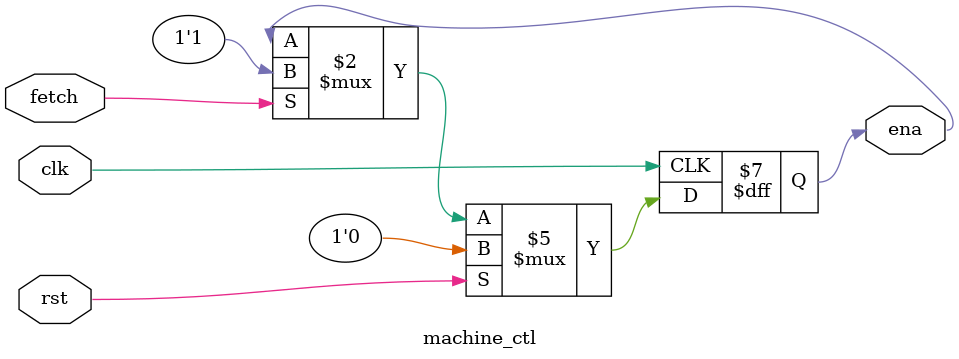
<source format=v>
`timescale 1ns/1ns
module machine_ctl(ena,fetch,rst,clk);
   input  fetch,rst,clk;
   output ena;

   reg 	  ena;
   reg 	  state;

   always @ (posedge clk)
     begin
	if(rst)
	  begin
	     ena <= 0;
	  end
	else
	  if(fetch)
	    begin
	       ena <= 1;
	    end
     end // always @ (posedge clk)
endmodule // machine_ctl

</source>
